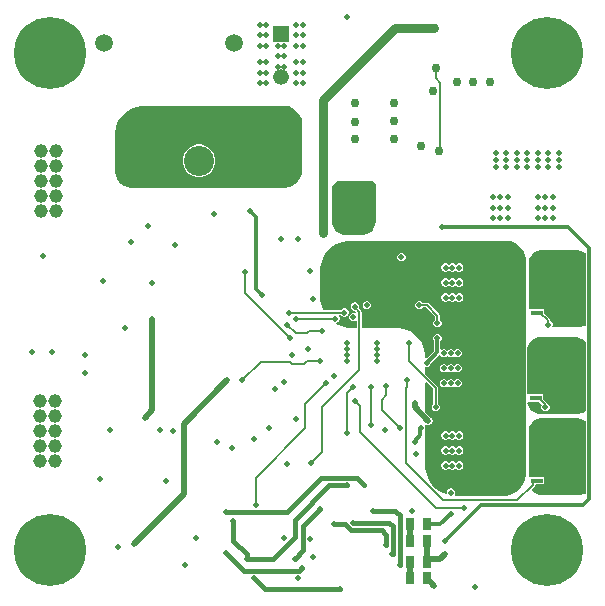
<source format=gbl>
G04*
G04 #@! TF.GenerationSoftware,Altium Limited,Altium Designer,25.5.2 (35)*
G04*
G04 Layer_Physical_Order=4*
G04 Layer_Color=16711680*
%FSLAX25Y25*%
%MOIN*%
G70*
G04*
G04 #@! TF.SameCoordinates,081B27B9-CED8-412B-AE00-E460060AFC18*
G04*
G04*
G04 #@! TF.FilePolarity,Positive*
G04*
G01*
G75*
%ADD14C,0.02000*%
%ADD19C,0.01500*%
%ADD22C,0.01200*%
%ADD34R,0.03150X0.03937*%
%ADD42R,0.04000X0.01800*%
%ADD62C,0.04600*%
%ADD68C,0.00800*%
%ADD71R,0.00500X0.00500*%
%ADD72R,0.10039X0.10039*%
%ADD73C,0.05937*%
%ADD74C,0.10039*%
%ADD75R,0.05264X0.05264*%
%ADD76C,0.05264*%
%ADD77C,0.02000*%
%ADD78C,0.03000*%
%ADD79C,0.24000*%
%ADD88R,0.10512X0.04213*%
%ADD89C,0.03000*%
G36*
X194896Y263250D02*
X196079Y262760D01*
X197143Y262049D01*
X198049Y261143D01*
X198760Y260079D01*
X199250Y258896D01*
X199500Y257640D01*
Y257000D01*
Y242500D01*
Y241860D01*
X199250Y240604D01*
X198760Y239421D01*
X198049Y238356D01*
X197143Y237451D01*
X196079Y236740D01*
X194896Y236250D01*
X193640Y236000D01*
X142409D01*
X141250Y236231D01*
X140158Y236683D01*
X139175Y237339D01*
X138339Y238175D01*
X137683Y239158D01*
X137231Y240250D01*
X137000Y241409D01*
Y242000D01*
Y253500D01*
Y254485D01*
X137384Y256417D01*
X138138Y258237D01*
X139233Y259875D01*
X140625Y261267D01*
X142263Y262362D01*
X144083Y263116D01*
X146015Y263500D01*
X193640D01*
X194896Y263250D01*
D02*
G37*
G36*
X223133Y238195D02*
X223695Y237633D01*
X224000Y236898D01*
Y236500D01*
Y225000D01*
Y224557D01*
X223827Y223687D01*
X223488Y222868D01*
X222995Y222131D01*
X222369Y221505D01*
X221632Y221012D01*
X220813Y220673D01*
X219943Y220500D01*
X213106D01*
X212333Y220654D01*
X211605Y220955D01*
X210950Y221393D01*
X210393Y221950D01*
X209955Y222605D01*
X209654Y223333D01*
X209500Y224106D01*
Y224500D01*
Y236000D01*
Y236497D01*
X209881Y237416D01*
X210584Y238119D01*
X211503Y238500D01*
X222398D01*
X223133Y238195D01*
D02*
G37*
G36*
X292313Y215077D02*
X293131Y214738D01*
X293869Y214245D01*
X293987Y214127D01*
Y190368D01*
X293658Y190148D01*
X293021Y189884D01*
X292345Y189750D01*
X283052D01*
X282834Y190077D01*
X282894Y190223D01*
Y190777D01*
X282681Y191289D01*
X282290Y191682D01*
X282080Y191768D01*
Y192030D01*
X282018Y192339D01*
X281843Y192602D01*
X281843Y192602D01*
X280094Y194351D01*
Y195794D01*
X275306D01*
X275000Y196005D01*
Y211644D01*
X275154Y212417D01*
X275455Y213145D01*
X275893Y213800D01*
X276450Y214357D01*
X277105Y214795D01*
X277833Y215096D01*
X278606Y215250D01*
X291443D01*
X292313Y215077D01*
D02*
G37*
G36*
X269042Y218231D02*
X270316Y217703D01*
X271462Y216937D01*
X272437Y215962D01*
X273203Y214816D01*
X273731Y213542D01*
X274000Y212189D01*
Y211500D01*
Y141000D01*
Y140261D01*
X273712Y138812D01*
X273146Y137447D01*
X272326Y136219D01*
X271281Y135174D01*
X270053Y134354D01*
X268688Y133788D01*
X267239Y133500D01*
X250485D01*
X250257Y133894D01*
X250394Y134223D01*
Y134777D01*
X250182Y135290D01*
X249790Y135681D01*
X249277Y135894D01*
X248723D01*
X248211Y135681D01*
X247818Y135290D01*
X247606Y134777D01*
Y134301D01*
X247407Y134102D01*
X247266Y134016D01*
X245763Y134638D01*
X244125Y135732D01*
X242733Y137125D01*
X241638Y138763D01*
X240884Y140583D01*
X240500Y142515D01*
Y143500D01*
Y157012D01*
X240504Y157017D01*
X240728Y157183D01*
X240894Y157229D01*
X240956Y157187D01*
X241093Y157160D01*
X241223Y157106D01*
X241363D01*
X241500Y157079D01*
X241637Y157106D01*
X241777D01*
X241907Y157160D01*
X242044Y157187D01*
X242160Y157265D01*
X242289Y157318D01*
X242389Y157418D01*
X242505Y157495D01*
X242583Y157612D01*
X242682Y157711D01*
X242735Y157840D01*
X242813Y157956D01*
X242840Y158094D01*
X242894Y158223D01*
Y158363D01*
X242921Y158500D01*
X242894Y158637D01*
Y158777D01*
X242840Y158906D01*
X242813Y159044D01*
X242735Y159160D01*
X242682Y159290D01*
X242583Y159388D01*
X242505Y159505D01*
X240500Y161510D01*
Y171091D01*
X240864Y171242D01*
X243191Y168915D01*
Y164162D01*
X242818Y163789D01*
X242606Y163277D01*
Y162723D01*
X242818Y162211D01*
X243211Y161819D01*
X243723Y161606D01*
X244277D01*
X244790Y161819D01*
X245181Y162211D01*
X245394Y162723D01*
Y163277D01*
X245181Y163789D01*
X244809Y164162D01*
Y169250D01*
X244748Y169560D01*
X244572Y169822D01*
X244572Y169822D01*
X240500Y173894D01*
Y176333D01*
X240670Y176447D01*
X241224D01*
X241736Y176659D01*
X242128Y177051D01*
X242341Y177563D01*
Y177801D01*
X244992Y180453D01*
X245456Y180360D01*
X245518Y180210D01*
X245911Y179818D01*
X246423Y179606D01*
X246977D01*
X247490Y179818D01*
X247850Y180179D01*
X248211Y179818D01*
X248723Y179606D01*
X249277D01*
X249790Y179818D01*
X250150Y180179D01*
X250511Y179818D01*
X251023Y179606D01*
X251577D01*
X252090Y179818D01*
X252482Y180210D01*
X252694Y180723D01*
Y181277D01*
X252482Y181790D01*
X252090Y182182D01*
X251577Y182394D01*
X251023D01*
X250511Y182182D01*
X250150Y181821D01*
X249790Y182182D01*
X249277Y182394D01*
X248723D01*
X248211Y182182D01*
X247850Y181821D01*
X247490Y182182D01*
X246977Y182394D01*
X246423D01*
X245911Y182182D01*
X245907Y182178D01*
X245513Y182341D01*
Y185042D01*
X245682Y185211D01*
X245894Y185723D01*
Y186277D01*
X245682Y186790D01*
X245289Y187181D01*
X244777Y187394D01*
X244223D01*
X243710Y187181D01*
X243319Y186790D01*
X243106Y186277D01*
Y185723D01*
X243319Y185211D01*
X243487Y185042D01*
Y181813D01*
X241027Y179353D01*
X240585Y179406D01*
X240496Y179588D01*
X240452Y180480D01*
X240069Y182403D01*
X239319Y184214D01*
X238230Y185844D01*
X236844Y187230D01*
X235214Y188319D01*
X233403Y189069D01*
X231480Y189452D01*
X230500Y189500D01*
X219231D01*
Y194811D01*
X219231Y194811D01*
X219170Y195121D01*
X218994Y195383D01*
X218994Y195383D01*
X218324Y196054D01*
X218394Y196223D01*
Y196777D01*
X218181Y197290D01*
X217790Y197681D01*
X217277Y197894D01*
X216723D01*
X216211Y197681D01*
X215819Y197290D01*
X215606Y196777D01*
Y196223D01*
X215819Y195711D01*
X216211Y195318D01*
X216723Y195106D01*
X216982D01*
X217384Y194704D01*
X217359Y194579D01*
X216910Y194339D01*
X216777Y194394D01*
X216223D01*
X215710Y194182D01*
X215318Y193790D01*
X215106Y193277D01*
Y192723D01*
X215318Y192210D01*
X215710Y191818D01*
X216223Y191606D01*
X216777D01*
X217219Y191789D01*
X217613Y191628D01*
Y189500D01*
X214515D01*
X212583Y189884D01*
X210763Y190638D01*
X210652Y190713D01*
X210771Y191106D01*
X210777D01*
X211290Y191319D01*
X211682Y191710D01*
X211894Y192223D01*
Y192777D01*
X211682Y193289D01*
X211674Y193297D01*
X211837Y193691D01*
X212338D01*
X212710Y193318D01*
X213223Y193106D01*
X213777D01*
X214289Y193318D01*
X214682Y193710D01*
X214894Y194223D01*
Y194777D01*
X214682Y195290D01*
X214289Y195682D01*
X213777Y195894D01*
X213223D01*
X212710Y195682D01*
X212338Y195309D01*
X206412D01*
X205884Y196583D01*
X205500Y198515D01*
Y199500D01*
Y208500D01*
Y209485D01*
X205884Y211417D01*
X206638Y213237D01*
X207733Y214875D01*
X209125Y216267D01*
X210763Y217362D01*
X212583Y218116D01*
X214515Y218500D01*
X267689D01*
X269042Y218231D01*
D02*
G37*
G36*
X291813Y186077D02*
X292632Y185738D01*
X293369Y185245D01*
X293987Y184627D01*
Y161787D01*
X293731Y161531D01*
X293158Y161148D01*
X292521Y160884D01*
X291845Y160750D01*
X278106D01*
X277333Y160904D01*
X276605Y161205D01*
X275950Y161643D01*
X275393Y162200D01*
X274955Y162855D01*
X274654Y163583D01*
X274500Y164356D01*
Y164495D01*
X274806Y164706D01*
X274876Y164706D01*
X278449D01*
X279342Y163813D01*
X279318Y163789D01*
X279106Y163277D01*
Y162723D01*
X279318Y162211D01*
X279711Y161819D01*
X280223Y161606D01*
X280777D01*
X281290Y161819D01*
X281681Y162211D01*
X281894Y162723D01*
Y163277D01*
X281681Y163789D01*
X281290Y164181D01*
X281028Y164290D01*
X281018Y164339D01*
X280843Y164602D01*
X280843Y164602D01*
X279594Y165851D01*
Y167294D01*
X274894D01*
X274806Y167294D01*
X274500Y167505D01*
Y182644D01*
X274654Y183417D01*
X274955Y184145D01*
X275393Y184800D01*
X275950Y185357D01*
X276605Y185795D01*
X277333Y186096D01*
X278106Y186250D01*
X290943D01*
X291813Y186077D01*
D02*
G37*
G36*
X292313Y159077D02*
X293131Y158738D01*
X293869Y158245D01*
X293987Y158127D01*
Y134368D01*
X293658Y134148D01*
X293021Y133885D01*
X292345Y133750D01*
X278606D01*
X277833Y133904D01*
X277105Y134205D01*
X276450Y134643D01*
X275893Y135200D01*
X275753Y135409D01*
X276774Y136429D01*
X276949Y136692D01*
X277011Y137002D01*
X277311Y137206D01*
X280094D01*
Y139794D01*
X275306D01*
X275000Y140005D01*
Y155644D01*
X275154Y156417D01*
X275455Y157145D01*
X275893Y157800D01*
X276450Y158357D01*
X277105Y158795D01*
X277833Y159096D01*
X278606Y159250D01*
X291443D01*
X292313Y159077D01*
D02*
G37*
%LPC*%
G36*
X165709Y250543D02*
X164283D01*
X162907Y250174D01*
X161672Y249462D01*
X160664Y248454D01*
X159952Y247219D01*
X159583Y245843D01*
Y244417D01*
X159952Y243040D01*
X160664Y241806D01*
X161672Y240798D01*
X162907Y240085D01*
X164283Y239717D01*
X165709D01*
X167086Y240085D01*
X168320Y240798D01*
X169328Y241806D01*
X170041Y243040D01*
X170409Y244417D01*
Y245843D01*
X170041Y247219D01*
X169328Y248454D01*
X168320Y249462D01*
X167086Y250174D01*
X165709Y250543D01*
D02*
G37*
G36*
X232777Y214394D02*
X232223D01*
X231711Y214181D01*
X231318Y213790D01*
X231106Y213277D01*
Y212723D01*
X231318Y212210D01*
X231711Y211819D01*
X232223Y211606D01*
X232777D01*
X233290Y211819D01*
X233682Y212210D01*
X233894Y212723D01*
Y213277D01*
X233682Y213790D01*
X233290Y214181D01*
X232777Y214394D01*
D02*
G37*
G36*
X252077Y210894D02*
X251523D01*
X251010Y210682D01*
X250650Y210321D01*
X250290Y210682D01*
X249777Y210894D01*
X249223D01*
X248710Y210682D01*
X248350Y210321D01*
X247990Y210682D01*
X247477Y210894D01*
X246923D01*
X246410Y210682D01*
X246019Y210290D01*
X245806Y209777D01*
Y209223D01*
X246019Y208711D01*
X246410Y208318D01*
X246923Y208106D01*
X247477D01*
X247990Y208318D01*
X248350Y208679D01*
X248710Y208318D01*
X249223Y208106D01*
X249777D01*
X250290Y208318D01*
X250650Y208679D01*
X251010Y208318D01*
X251523Y208106D01*
X252077D01*
X252590Y208318D01*
X252981Y208711D01*
X253194Y209223D01*
Y209777D01*
X252981Y210290D01*
X252590Y210682D01*
X252077Y210894D01*
D02*
G37*
G36*
Y205894D02*
X251523D01*
X251010Y205681D01*
X250650Y205321D01*
X250290Y205681D01*
X249777Y205894D01*
X249223D01*
X248710Y205681D01*
X248350Y205321D01*
X247990Y205681D01*
X247477Y205894D01*
X246923D01*
X246410Y205681D01*
X246019Y205290D01*
X245806Y204777D01*
Y204223D01*
X246019Y203711D01*
X246410Y203319D01*
X246923Y203106D01*
X247477D01*
X247990Y203319D01*
X248350Y203679D01*
X248710Y203319D01*
X249223Y203106D01*
X249777D01*
X250290Y203319D01*
X250650Y203679D01*
X251010Y203319D01*
X251523Y203106D01*
X252077D01*
X252590Y203319D01*
X252981Y203711D01*
X253194Y204223D01*
Y204777D01*
X252981Y205290D01*
X252590Y205681D01*
X252077Y205894D01*
D02*
G37*
G36*
Y200894D02*
X251523D01*
X251010Y200681D01*
X250650Y200321D01*
X250290Y200681D01*
X249777Y200894D01*
X249223D01*
X248710Y200681D01*
X248350Y200321D01*
X247990Y200681D01*
X247477Y200894D01*
X246923D01*
X246410Y200681D01*
X246019Y200290D01*
X245806Y199777D01*
Y199223D01*
X246019Y198711D01*
X246410Y198319D01*
X246923Y198106D01*
X247477D01*
X247990Y198319D01*
X248350Y198679D01*
X248710Y198319D01*
X249223Y198106D01*
X249777D01*
X250290Y198319D01*
X250650Y198679D01*
X251010Y198319D01*
X251523Y198106D01*
X252077D01*
X252590Y198319D01*
X252981Y198711D01*
X253194Y199223D01*
Y199777D01*
X252981Y200290D01*
X252590Y200681D01*
X252077Y200894D01*
D02*
G37*
G36*
X221277Y198394D02*
X220723D01*
X220211Y198181D01*
X219818Y197790D01*
X219606Y197277D01*
Y196723D01*
X219818Y196211D01*
X220211Y195818D01*
X220723Y195606D01*
X221277D01*
X221790Y195818D01*
X222182Y196211D01*
X222394Y196723D01*
Y197277D01*
X222182Y197790D01*
X221790Y198181D01*
X221277Y198394D01*
D02*
G37*
G36*
X238777D02*
X238223D01*
X237710Y198181D01*
X237318Y197790D01*
X237106Y197277D01*
Y196723D01*
X237318Y196211D01*
X237710Y195818D01*
X238223Y195606D01*
X238777D01*
X239289Y195818D01*
X239662Y196191D01*
X240665D01*
X243691Y193165D01*
Y192162D01*
X243319Y191789D01*
X243106Y191277D01*
Y190723D01*
X243319Y190210D01*
X243710Y189819D01*
X244223Y189606D01*
X244777D01*
X245289Y189819D01*
X245682Y190210D01*
X245894Y190723D01*
Y191277D01*
X245682Y191789D01*
X245309Y192162D01*
Y193500D01*
X245309Y193500D01*
X245248Y193810D01*
X245072Y194072D01*
X245072Y194072D01*
X241572Y197572D01*
X241310Y197748D01*
X241000Y197809D01*
X241000Y197809D01*
X239662D01*
X239289Y198181D01*
X238777Y198394D01*
D02*
G37*
G36*
X251577Y177394D02*
X251023D01*
X250511Y177181D01*
X250150Y176821D01*
X249790Y177181D01*
X249277Y177394D01*
X248723D01*
X248211Y177181D01*
X247850Y176821D01*
X247490Y177181D01*
X246977Y177394D01*
X246423D01*
X245911Y177181D01*
X245518Y176789D01*
X245306Y176277D01*
Y175723D01*
X245518Y175210D01*
X245911Y174819D01*
X246423Y174606D01*
X246977D01*
X247490Y174819D01*
X247850Y175179D01*
X248211Y174819D01*
X248723Y174606D01*
X249277D01*
X249790Y174819D01*
X250150Y175179D01*
X250511Y174819D01*
X251023Y174606D01*
X251577D01*
X252090Y174819D01*
X252482Y175210D01*
X252694Y175723D01*
Y176277D01*
X252482Y176789D01*
X252090Y177181D01*
X251577Y177394D01*
D02*
G37*
G36*
Y172394D02*
X251023D01*
X250511Y172181D01*
X250150Y171821D01*
X249790Y172181D01*
X249277Y172394D01*
X248723D01*
X248211Y172181D01*
X247850Y171821D01*
X247490Y172181D01*
X246977Y172394D01*
X246423D01*
X245911Y172181D01*
X245518Y171790D01*
X245306Y171277D01*
Y170723D01*
X245518Y170211D01*
X245911Y169818D01*
X246423Y169606D01*
X246977D01*
X247490Y169818D01*
X247850Y170179D01*
X248211Y169818D01*
X248723Y169606D01*
X249277D01*
X249790Y169818D01*
X250150Y170179D01*
X250511Y169818D01*
X251023Y169606D01*
X251577D01*
X252090Y169818D01*
X252482Y170211D01*
X252694Y170723D01*
Y171277D01*
X252482Y171790D01*
X252090Y172181D01*
X251577Y172394D01*
D02*
G37*
G36*
X252077Y154894D02*
X251523D01*
X251010Y154682D01*
X250650Y154321D01*
X250290Y154682D01*
X249777Y154894D01*
X249223D01*
X248710Y154682D01*
X248350Y154321D01*
X247990Y154682D01*
X247477Y154894D01*
X246923D01*
X246410Y154682D01*
X246019Y154289D01*
X245806Y153777D01*
Y153223D01*
X246019Y152710D01*
X246410Y152319D01*
X246923Y152106D01*
X247477D01*
X247990Y152319D01*
X248350Y152679D01*
X248710Y152319D01*
X249223Y152106D01*
X249777D01*
X250290Y152319D01*
X250650Y152679D01*
X251010Y152319D01*
X251523Y152106D01*
X252077D01*
X252590Y152319D01*
X252981Y152710D01*
X253194Y153223D01*
Y153777D01*
X252981Y154289D01*
X252590Y154682D01*
X252077Y154894D01*
D02*
G37*
G36*
Y149894D02*
X251523D01*
X251010Y149681D01*
X250650Y149321D01*
X250290Y149681D01*
X249777Y149894D01*
X249223D01*
X248710Y149681D01*
X248350Y149321D01*
X247990Y149681D01*
X247477Y149894D01*
X246923D01*
X246410Y149681D01*
X246019Y149290D01*
X245806Y148777D01*
Y148223D01*
X246019Y147711D01*
X246410Y147318D01*
X246923Y147106D01*
X247477D01*
X247990Y147318D01*
X248350Y147679D01*
X248710Y147318D01*
X249223Y147106D01*
X249777D01*
X250290Y147318D01*
X250650Y147679D01*
X251010Y147318D01*
X251523Y147106D01*
X252077D01*
X252590Y147318D01*
X252981Y147711D01*
X253194Y148223D01*
Y148777D01*
X252981Y149290D01*
X252590Y149681D01*
X252077Y149894D01*
D02*
G37*
G36*
Y144894D02*
X251523D01*
X251010Y144682D01*
X250650Y144321D01*
X250290Y144682D01*
X249777Y144894D01*
X249223D01*
X248710Y144682D01*
X248350Y144321D01*
X247990Y144682D01*
X247477Y144894D01*
X246923D01*
X246410Y144682D01*
X246019Y144290D01*
X245806Y143777D01*
Y143223D01*
X246019Y142710D01*
X246410Y142318D01*
X246923Y142106D01*
X247477D01*
X247990Y142318D01*
X248350Y142679D01*
X248710Y142318D01*
X249223Y142106D01*
X249777D01*
X250290Y142318D01*
X250650Y142679D01*
X251010Y142318D01*
X251523Y142106D01*
X252077D01*
X252590Y142318D01*
X252981Y142710D01*
X253194Y143223D01*
Y143777D01*
X252981Y144290D01*
X252590Y144682D01*
X252077Y144894D01*
D02*
G37*
%LPD*%
D14*
X237000Y163000D02*
X241500Y158500D01*
X237000Y163000D02*
Y164500D01*
X160000Y134000D02*
Y157500D01*
X143500Y117500D02*
X160000Y134000D01*
Y157500D02*
X174500Y172000D01*
X149500Y162000D02*
Y192500D01*
X147000Y159500D02*
X149500Y162000D01*
X241575Y112469D02*
X245468D01*
X247000Y114000D01*
X241000Y111500D02*
Y111894D01*
X241575Y112469D01*
X241000Y111894D02*
Y118500D01*
Y106000D02*
X243500Y103500D01*
X235213Y106000D02*
Y111500D01*
Y118500D02*
Y124000D01*
D19*
X197000Y112500D02*
X199750Y115250D01*
Y123385D01*
X198371Y108500D02*
X199371Y109500D01*
X180000Y108500D02*
X198371D01*
X174000Y114500D02*
X180000Y108500D01*
X199371Y109500D02*
X199500D01*
X187000Y102500D02*
X212000D01*
X183500Y106000D02*
X187000Y102500D01*
X180952Y112548D02*
Y114048D01*
X176500Y118500D02*
Y125000D01*
X180952Y112548D02*
X181000Y112500D01*
X176500Y118500D02*
X180952Y114048D01*
X208500Y137000D02*
X214500D01*
X196889Y125389D02*
X208500Y137000D01*
X196889Y119707D02*
Y125389D01*
X189682Y112500D02*
X196889Y119707D01*
X181000Y112500D02*
X189682D01*
X217654Y139250D02*
X219904Y137000D01*
X205750Y139250D02*
X217654D01*
X219904Y137000D02*
X220000D01*
X194500Y128000D02*
X205750Y139250D01*
X174000Y128000D02*
X194500D01*
X205365Y129000D02*
X205500D01*
X199750Y123385D02*
X205365Y129000D01*
X230500Y128500D02*
X232000Y127000D01*
Y110500D02*
Y127000D01*
X223000Y128500D02*
X230500D01*
X228500Y124500D02*
X229750Y123250D01*
Y116068D02*
Y123250D01*
X216500Y124500D02*
X228500D01*
X227500Y117000D02*
Y120500D01*
X226000Y122000D02*
X227500Y120500D01*
X215818Y122000D02*
X226000D01*
X229596Y114096D02*
Y115914D01*
X229500Y114000D02*
X229596Y114096D01*
Y115914D02*
X229750Y116068D01*
X213818Y124000D02*
X215818Y122000D01*
X210000Y124000D02*
X213818D01*
D22*
X237000Y151716D02*
X238847Y153563D01*
X237000Y151500D02*
Y151716D01*
X238847Y155847D02*
X239000Y156000D01*
X238847Y153563D02*
Y155847D01*
X184000Y202500D02*
Y226500D01*
X182000Y228500D02*
X184000Y226500D01*
Y202500D02*
X186000Y200500D01*
X240947Y177840D02*
X244500Y181394D01*
Y186000D01*
X246000Y223000D02*
X288000D01*
X295000Y216000D01*
X241000Y124000D02*
X245500D01*
X249000Y127500D01*
X293000Y130500D02*
X295000Y132500D01*
Y216000D01*
X247000Y118500D02*
X259000Y130500D01*
X293000D01*
D34*
X241000Y106000D02*
D03*
Y124000D02*
D03*
X235213Y106000D02*
D03*
Y124000D02*
D03*
X241000Y111500D02*
D03*
X235213D02*
D03*
Y118500D02*
D03*
X241000D02*
D03*
D42*
X255300Y209500D02*
D03*
Y204500D02*
D03*
Y199500D02*
D03*
Y194500D02*
D03*
X277700D02*
D03*
Y199500D02*
D03*
Y204500D02*
D03*
Y209500D02*
D03*
X255300Y153500D02*
D03*
Y148500D02*
D03*
Y143500D02*
D03*
Y138500D02*
D03*
X277700D02*
D03*
Y143500D02*
D03*
Y148500D02*
D03*
Y153500D02*
D03*
X254800Y181000D02*
D03*
Y176000D02*
D03*
Y171000D02*
D03*
Y166000D02*
D03*
X277200D02*
D03*
Y171000D02*
D03*
Y176000D02*
D03*
Y181000D02*
D03*
D62*
X117500Y248500D02*
D03*
Y238500D02*
D03*
X117000Y155000D02*
D03*
Y150000D02*
D03*
X117500Y228500D02*
D03*
X117000Y165000D02*
D03*
X117500Y243500D02*
D03*
X117000Y160000D02*
D03*
X112500Y238500D02*
D03*
Y228500D02*
D03*
Y243500D02*
D03*
X112000Y160000D02*
D03*
Y145000D02*
D03*
Y155000D02*
D03*
X112500Y248500D02*
D03*
X112000Y165000D02*
D03*
Y150000D02*
D03*
X117000Y145000D02*
D03*
X112500Y233500D02*
D03*
X117500D02*
D03*
D68*
X214500Y154500D02*
Y167763D01*
X216500Y169763D01*
X222500Y157000D02*
Y169825D01*
X227500Y166868D02*
Y170000D01*
X226000Y165368D02*
X227500Y166868D01*
X217000Y165000D02*
X218786Y163214D01*
Y154714D02*
Y163214D01*
X226000Y162000D02*
Y165368D01*
X206000Y163000D02*
X218422Y175422D01*
X226000Y162000D02*
X232000Y156000D01*
X234400Y169818D02*
Y171900D01*
X234000Y169418D02*
X234400Y169818D01*
X234000Y144500D02*
Y169418D01*
X234400Y171900D02*
X234518Y172018D01*
X218786Y154714D02*
X244000Y129500D01*
X253500D01*
X200385Y155885D02*
Y163885D01*
X207500Y171000D01*
X201077Y178500D02*
X205500D01*
X195978Y177500D02*
X200077D01*
X201077Y178500D01*
X180500Y201000D02*
Y208000D01*
Y201000D02*
X195500Y186000D01*
X197230Y187770D02*
X201088D01*
X194500Y190500D02*
X197230Y187770D01*
X195338Y178140D02*
X195978Y177500D01*
X201817Y188500D02*
X206000D01*
X201088Y187770D02*
X201817Y188500D01*
X179500Y172000D02*
X185640Y178140D01*
X195338D01*
X195000Y194500D02*
X213500D01*
X197500Y192500D02*
X210500D01*
X235000Y178250D02*
Y184500D01*
X238500Y197000D02*
X241000D01*
X244500Y191000D02*
Y193500D01*
X241000Y197000D02*
X244500Y193500D01*
X218422Y175422D02*
Y194811D01*
X217000Y196233D02*
X218422Y194811D01*
X217000Y196233D02*
Y196500D01*
X206000Y148000D02*
Y163000D01*
X202500Y144500D02*
X206000Y148000D01*
X271182Y131982D02*
X276202Y137002D01*
X246518Y131982D02*
X271182D01*
X234000Y144500D02*
X246518Y131982D01*
X184000Y130500D02*
Y139500D01*
X200385Y155885D01*
X244000Y163000D02*
Y169250D01*
Y272541D02*
Y276000D01*
Y272541D02*
X245400Y271141D01*
Y249225D02*
Y271141D01*
X245000Y248825D02*
X245400Y249225D01*
X245000Y248500D02*
Y248825D01*
X278300Y166000D02*
X280270Y164030D01*
Y163230D02*
X280500Y163000D01*
X280270Y163230D02*
Y164030D01*
X277200Y166000D02*
X278300D01*
X276202Y138000D02*
X276701Y138500D01*
X277700D01*
X276202Y137002D02*
Y138000D01*
X235000Y178250D02*
X244000Y169250D01*
X281270Y190730D02*
Y192030D01*
Y190730D02*
X281500Y190500D01*
X278800Y194500D02*
X281270Y192030D01*
X277700Y194500D02*
X278800D01*
D71*
X261500Y207000D02*
D03*
Y151000D02*
D03*
X261000Y178500D02*
D03*
D72*
X145311Y245130D02*
D03*
D73*
X176807Y284500D02*
D03*
X133500D02*
D03*
D74*
X164996Y245130D02*
D03*
D75*
X192500Y287496D02*
D03*
D76*
Y272929D02*
D03*
Y256000D02*
D03*
Y241433D02*
D03*
D77*
X241500Y158500D02*
D03*
X216500Y169763D02*
D03*
X222500Y169825D02*
D03*
X227500Y170000D02*
D03*
X217000Y165000D02*
D03*
X214500Y154500D02*
D03*
X227000Y155500D02*
D03*
X232000Y156000D02*
D03*
X222500Y157000D02*
D03*
X237000Y164500D02*
D03*
X234518Y172018D02*
D03*
X236000Y128500D02*
D03*
X239000Y156000D02*
D03*
X237000Y151500D02*
D03*
X218000Y235500D02*
D03*
X216000D02*
D03*
X214000D02*
D03*
X222000D02*
D03*
X220000D02*
D03*
X212000D02*
D03*
X216000Y233000D02*
D03*
X214000D02*
D03*
X212000D02*
D03*
X222000D02*
D03*
X220000D02*
D03*
X218000D02*
D03*
X216500Y193000D02*
D03*
X203000Y113000D02*
D03*
X197000Y112500D02*
D03*
X183500Y106000D02*
D03*
X198000D02*
D03*
X207500Y171000D02*
D03*
X205500Y178500D02*
D03*
X201500Y182500D02*
D03*
X195500Y186000D02*
D03*
X127000Y180500D02*
D03*
Y174500D02*
D03*
X202000Y208500D02*
D03*
X156500Y155000D02*
D03*
X152000Y155500D02*
D03*
X190500Y169000D02*
D03*
X180500Y208000D02*
D03*
X186000Y200500D02*
D03*
X182000Y228500D02*
D03*
X206000Y188500D02*
D03*
X194500Y190500D02*
D03*
X176500Y125000D02*
D03*
X181000Y112500D02*
D03*
X214500Y137000D02*
D03*
X179500Y172000D02*
D03*
X174500D02*
D03*
X143500Y117500D02*
D03*
X213500Y194500D02*
D03*
X195000D02*
D03*
X220000Y137000D02*
D03*
X174000Y128000D02*
D03*
X147000Y159500D02*
D03*
X149500Y192500D02*
D03*
X205500Y129000D02*
D03*
X197500Y192500D02*
D03*
X210500D02*
D03*
X235000Y184500D02*
D03*
X133000Y205000D02*
D03*
X149500Y204500D02*
D03*
X148000Y223500D02*
D03*
X142500Y218000D02*
D03*
X203000Y199000D02*
D03*
X244500Y186000D02*
D03*
X217000Y196500D02*
D03*
X221000Y197000D02*
D03*
X225000Y195500D02*
D03*
X223000Y194500D02*
D03*
X210000Y173500D02*
D03*
X247000Y114000D02*
D03*
X196000Y180500D02*
D03*
X246000Y223000D02*
D03*
X212000Y102500D02*
D03*
X202500Y144500D02*
D03*
X188500Y156000D02*
D03*
X191200Y276500D02*
D03*
X193500D02*
D03*
X191200Y280000D02*
D03*
X193500D02*
D03*
X191200Y283500D02*
D03*
X193500D02*
D03*
X224500Y184500D02*
D03*
Y182500D02*
D03*
Y180500D02*
D03*
Y178500D02*
D03*
X214500D02*
D03*
Y180500D02*
D03*
Y182500D02*
D03*
Y184500D02*
D03*
X199800Y290500D02*
D03*
X197500D02*
D03*
X199800Y287000D02*
D03*
X197500D02*
D03*
X199800Y283500D02*
D03*
X197500D02*
D03*
X199800Y278000D02*
D03*
X197500D02*
D03*
Y274500D02*
D03*
X199800D02*
D03*
X197500Y271000D02*
D03*
X199800D02*
D03*
X187500Y290500D02*
D03*
X185200D02*
D03*
X187500Y287000D02*
D03*
X185200D02*
D03*
X187500Y283500D02*
D03*
X185200D02*
D03*
X187500Y278000D02*
D03*
X185200D02*
D03*
Y274500D02*
D03*
X187500D02*
D03*
X185200Y271000D02*
D03*
X187500D02*
D03*
X171000Y151500D02*
D03*
X138000Y116500D02*
D03*
X135500Y155500D02*
D03*
X132000Y139000D02*
D03*
X109500Y181500D02*
D03*
X116000D02*
D03*
X140500Y189500D02*
D03*
X154000Y138500D02*
D03*
X198000Y219000D02*
D03*
X192500D02*
D03*
X113000Y213500D02*
D03*
X170000Y227500D02*
D03*
X157000Y217000D02*
D03*
X214500Y293000D02*
D03*
X164000Y119500D02*
D03*
X160500Y110500D02*
D03*
X176000Y149500D02*
D03*
X183500Y152500D02*
D03*
X193500Y171500D02*
D03*
X249000Y127500D02*
D03*
X253500Y129500D02*
D03*
X227500Y117000D02*
D03*
X240947Y177840D02*
D03*
X268000Y226000D02*
D03*
Y229500D02*
D03*
X265500Y226000D02*
D03*
Y229500D02*
D03*
X263000Y226000D02*
D03*
Y229500D02*
D03*
Y233000D02*
D03*
X268000D02*
D03*
X265500D02*
D03*
X283000Y226000D02*
D03*
Y229500D02*
D03*
Y233000D02*
D03*
X280500D02*
D03*
Y229500D02*
D03*
Y226000D02*
D03*
X278000D02*
D03*
Y229500D02*
D03*
Y233000D02*
D03*
X247000Y118500D02*
D03*
X232500Y213000D02*
D03*
X249000Y134500D02*
D03*
X237500Y147500D02*
D03*
X184000Y130500D02*
D03*
X238500Y197000D02*
D03*
X244000Y163000D02*
D03*
X257000Y103000D02*
D03*
X243500Y103500D02*
D03*
X194500Y144000D02*
D03*
X193500Y119500D02*
D03*
X202000Y119000D02*
D03*
X174000Y114500D02*
D03*
X199500Y109500D02*
D03*
X210000Y124000D02*
D03*
X229500Y114000D02*
D03*
X216500Y124500D02*
D03*
X232000Y110500D02*
D03*
X223000Y128500D02*
D03*
X222000Y230500D02*
D03*
X212000D02*
D03*
X216000D02*
D03*
X214000D02*
D03*
X220000D02*
D03*
X218000D02*
D03*
X285000Y243000D02*
D03*
Y245300D02*
D03*
Y247600D02*
D03*
X281500Y243000D02*
D03*
Y245300D02*
D03*
Y247600D02*
D03*
X278000Y243000D02*
D03*
Y245300D02*
D03*
Y247600D02*
D03*
X274500Y243000D02*
D03*
Y245300D02*
D03*
Y247600D02*
D03*
X271000Y243000D02*
D03*
Y245300D02*
D03*
Y247600D02*
D03*
X197500Y159000D02*
D03*
X267500Y247600D02*
D03*
Y245300D02*
D03*
Y243000D02*
D03*
X264000Y247600D02*
D03*
Y245300D02*
D03*
Y243000D02*
D03*
X247200Y143500D02*
D03*
X249500Y148500D02*
D03*
X247200D02*
D03*
X249500Y143500D02*
D03*
X251800D02*
D03*
X247200Y153500D02*
D03*
X249500D02*
D03*
X251800D02*
D03*
Y148500D02*
D03*
X246700Y171000D02*
D03*
X249000D02*
D03*
X251300Y181000D02*
D03*
X249000D02*
D03*
Y176000D02*
D03*
X251300D02*
D03*
Y171000D02*
D03*
X246700Y176000D02*
D03*
Y181000D02*
D03*
X247200Y209500D02*
D03*
Y204500D02*
D03*
Y199500D02*
D03*
X251800D02*
D03*
X249500D02*
D03*
X251800Y204500D02*
D03*
X249500D02*
D03*
Y209500D02*
D03*
X251800D02*
D03*
X283500Y196500D02*
D03*
X287500D02*
D03*
X291500D02*
D03*
Y193000D02*
D03*
X287500D02*
D03*
X283500D02*
D03*
Y207500D02*
D03*
X287500D02*
D03*
X291500D02*
D03*
Y211000D02*
D03*
X287500D02*
D03*
X283500D02*
D03*
Y167750D02*
D03*
X287500D02*
D03*
X291500D02*
D03*
Y164250D02*
D03*
X287500D02*
D03*
X283500D02*
D03*
Y178750D02*
D03*
X287500D02*
D03*
X291500D02*
D03*
Y182250D02*
D03*
X287500D02*
D03*
X283500D02*
D03*
Y155000D02*
D03*
X287500D02*
D03*
X291500D02*
D03*
Y151500D02*
D03*
X287500D02*
D03*
X283500D02*
D03*
Y137000D02*
D03*
X287500D02*
D03*
X291500D02*
D03*
Y140500D02*
D03*
X287500D02*
D03*
X283500D02*
D03*
X280500Y163000D02*
D03*
X281500Y190500D02*
D03*
X244500Y191000D02*
D03*
D78*
X243000Y268500D02*
D03*
X217000Y264500D02*
D03*
X216975Y258025D02*
D03*
X217000Y252500D02*
D03*
X262000Y271500D02*
D03*
X256500D02*
D03*
X251000D02*
D03*
X243500Y289500D02*
D03*
X244000Y276000D02*
D03*
X245000Y248500D02*
D03*
X206500Y221000D02*
D03*
X239000Y250000D02*
D03*
X230000Y264500D02*
D03*
Y252500D02*
D03*
Y258500D02*
D03*
D79*
X281000Y281000D02*
D03*
X115500D02*
D03*
X281000Y115500D02*
D03*
X115500D02*
D03*
D88*
X216500Y226000D02*
D03*
Y207260D02*
D03*
D89*
X206500Y221000D02*
Y265500D01*
X230500Y289500D02*
X243500D01*
X206500Y265500D02*
X230500Y289500D01*
M02*

</source>
